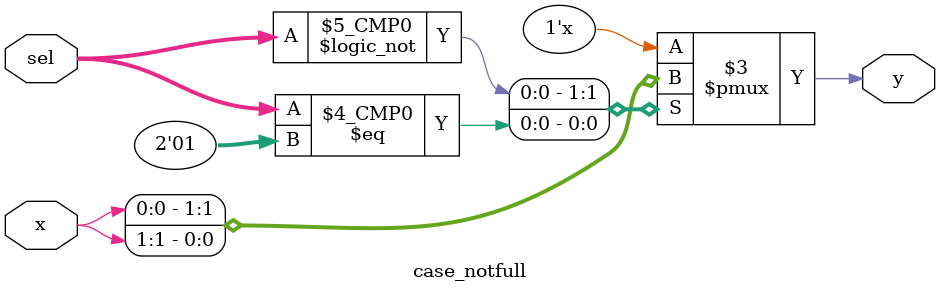
<source format=v>
module case_notfull(sel,x,y);
    input [1:0] sel;
    input [3:0] x;
    output reg y;
    
    always @(*)
        begin
            case(sel)
                2'b00:
                    y=x[0];
                2'b01:
                    y=x[1];
            endcase
        end
endmodule

</source>
